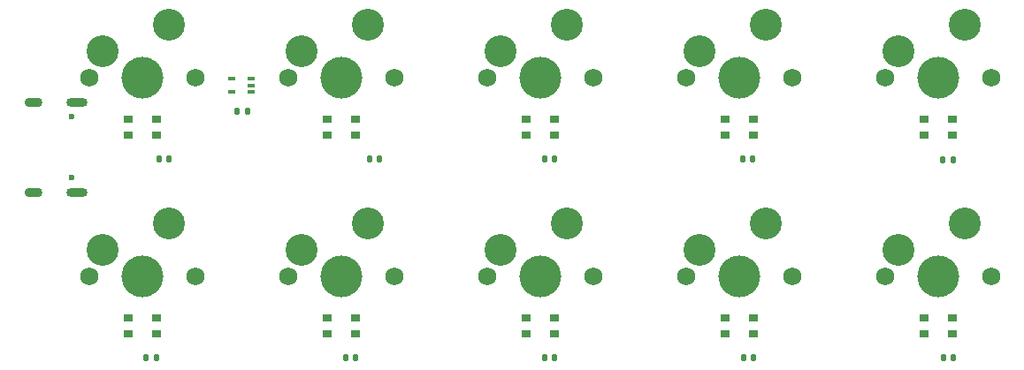
<source format=gbr>
%TF.GenerationSoftware,KiCad,Pcbnew,(7.0.0-0)*%
%TF.CreationDate,2023-04-10T20:33:14-04:00*%
%TF.ProjectId,KnGYT,4b6e4759-542e-46b6-9963-61645f706362,rev?*%
%TF.SameCoordinates,Original*%
%TF.FileFunction,Soldermask,Top*%
%TF.FilePolarity,Negative*%
%FSLAX46Y46*%
G04 Gerber Fmt 4.6, Leading zero omitted, Abs format (unit mm)*
G04 Created by KiCad (PCBNEW (7.0.0-0)) date 2023-04-10 20:33:14*
%MOMM*%
%LPD*%
G01*
G04 APERTURE LIST*
G04 Aperture macros list*
%AMRoundRect*
0 Rectangle with rounded corners*
0 $1 Rounding radius*
0 $2 $3 $4 $5 $6 $7 $8 $9 X,Y pos of 4 corners*
0 Add a 4 corners polygon primitive as box body*
4,1,4,$2,$3,$4,$5,$6,$7,$8,$9,$2,$3,0*
0 Add four circle primitives for the rounded corners*
1,1,$1+$1,$2,$3*
1,1,$1+$1,$4,$5*
1,1,$1+$1,$6,$7*
1,1,$1+$1,$8,$9*
0 Add four rect primitives between the rounded corners*
20,1,$1+$1,$2,$3,$4,$5,0*
20,1,$1+$1,$4,$5,$6,$7,0*
20,1,$1+$1,$6,$7,$8,$9,0*
20,1,$1+$1,$8,$9,$2,$3,0*%
G04 Aperture macros list end*
%ADD10RoundRect,0.140000X0.140000X0.170000X-0.140000X0.170000X-0.140000X-0.170000X0.140000X-0.170000X0*%
%ADD11R,0.900000X0.750000*%
%ADD12R,0.900000X0.760000*%
%ADD13RoundRect,0.140000X-0.140000X-0.170000X0.140000X-0.170000X0.140000X0.170000X-0.140000X0.170000X0*%
%ADD14R,0.650000X0.400000*%
%ADD15C,1.750000*%
%ADD16C,3.050000*%
%ADD17C,4.000000*%
%ADD18C,0.600000*%
%ADD19O,1.700000X0.900000*%
%ADD20O,2.000000X0.900000*%
G04 APERTURE END LIST*
D10*
%TO.C,C4*%
X137400000Y-66975000D03*
X136440000Y-66975000D03*
%TD*%
D11*
%TO.C,NP10*%
X153774999Y-82199999D03*
X153774999Y-83699999D03*
D12*
X156474999Y-83699999D03*
D11*
X156474999Y-82199999D03*
%TD*%
%TO.C,NP8*%
X115674999Y-82199999D03*
X115674999Y-83699999D03*
D12*
X118374999Y-83699999D03*
D11*
X118374999Y-82199999D03*
%TD*%
D13*
%TO.C,C1*%
X80515000Y-66975000D03*
X81475000Y-66975000D03*
%TD*%
%TO.C,C11*%
X88020000Y-62400000D03*
X88980000Y-62400000D03*
%TD*%
D10*
%TO.C,C9*%
X137450000Y-86000000D03*
X136490000Y-86000000D03*
%TD*%
%TO.C,C8*%
X118405000Y-86025000D03*
X117445000Y-86025000D03*
%TD*%
D11*
%TO.C,NP3*%
X115674999Y-63149999D03*
X115674999Y-64649999D03*
D12*
X118374999Y-64649999D03*
D11*
X118374999Y-63149999D03*
%TD*%
D13*
%TO.C,C2*%
X100690000Y-66950000D03*
X101650000Y-66950000D03*
%TD*%
D10*
%TO.C,C5*%
X156560000Y-67000000D03*
X155600000Y-67000000D03*
%TD*%
%TO.C,C10*%
X156580000Y-86025000D03*
X155620000Y-86025000D03*
%TD*%
%TO.C,C6*%
X80275000Y-86000000D03*
X79315000Y-86000000D03*
%TD*%
%TO.C,C7*%
X99360000Y-85975000D03*
X98400000Y-85975000D03*
%TD*%
D11*
%TO.C,NP7*%
X96624999Y-82199999D03*
X96624999Y-83699999D03*
D12*
X99324999Y-83699999D03*
D11*
X99324999Y-82199999D03*
%TD*%
%TO.C,NP9*%
X134724999Y-82199999D03*
X134724999Y-83699999D03*
D12*
X137424999Y-83699999D03*
D11*
X137424999Y-82199999D03*
%TD*%
%TO.C,NP4*%
X134724999Y-63149999D03*
X134724999Y-64649999D03*
D12*
X137424999Y-64649999D03*
D11*
X137424999Y-63149999D03*
%TD*%
%TO.C,NP1*%
X77574999Y-63149999D03*
X77574999Y-64649999D03*
D12*
X80274999Y-64649999D03*
D11*
X80274999Y-63149999D03*
%TD*%
%TO.C,NP2*%
X96624999Y-63149999D03*
X96624999Y-64649999D03*
D12*
X99324999Y-64649999D03*
D11*
X99324999Y-63149999D03*
%TD*%
D10*
%TO.C,C3*%
X118400000Y-66950000D03*
X117440000Y-66950000D03*
%TD*%
D11*
%TO.C,NP6*%
X77574999Y-82199999D03*
X77574999Y-83699999D03*
D12*
X80274999Y-83699999D03*
D11*
X80274999Y-82199999D03*
%TD*%
D14*
%TO.C,U1*%
X89399999Y-60549999D03*
X89399999Y-59899999D03*
X89399999Y-59249999D03*
X87499999Y-59249999D03*
X87499999Y-60549999D03*
%TD*%
D11*
%TO.C,NP5*%
X153774999Y-63149999D03*
X153774999Y-64649999D03*
D12*
X156474999Y-64649999D03*
D11*
X156474999Y-63149999D03*
%TD*%
D15*
%TO.C,SW1*%
X84005000Y-59150000D03*
D16*
X81465000Y-54070000D03*
D17*
X78925000Y-59150000D03*
D16*
X75115000Y-56610000D03*
D15*
X73845000Y-59150000D03*
%TD*%
D18*
%TO.C,J1*%
X72190000Y-68695000D03*
X72190000Y-62915000D03*
D19*
X68499999Y-70124999D03*
D20*
X72669999Y-70124999D03*
D19*
X68499999Y-61484999D03*
D20*
X72669999Y-61484999D03*
%TD*%
D15*
%TO.C,SW7*%
X103055000Y-78200000D03*
D16*
X100515000Y-73120000D03*
D17*
X97975000Y-78200000D03*
D16*
X94165000Y-75660000D03*
D15*
X92895000Y-78200000D03*
%TD*%
%TO.C,SW9*%
X141155000Y-78200000D03*
D16*
X138615000Y-73120000D03*
D17*
X136075000Y-78200000D03*
D16*
X132265000Y-75660000D03*
D15*
X130995000Y-78200000D03*
%TD*%
%TO.C,SW5*%
X160205000Y-59150000D03*
D16*
X157665000Y-54070000D03*
D17*
X155125000Y-59150000D03*
D16*
X151315000Y-56610000D03*
D15*
X150045000Y-59150000D03*
%TD*%
%TO.C,SW3*%
X122105000Y-59150000D03*
D16*
X119565000Y-54070000D03*
D17*
X117025000Y-59150000D03*
D16*
X113215000Y-56610000D03*
D15*
X111945000Y-59150000D03*
%TD*%
%TO.C,SW8*%
X122105000Y-78200000D03*
D16*
X119565000Y-73120000D03*
D17*
X117025000Y-78200000D03*
D16*
X113215000Y-75660000D03*
D15*
X111945000Y-78200000D03*
%TD*%
%TO.C,SW4*%
X141155000Y-59150000D03*
D16*
X138615000Y-54070000D03*
D17*
X136075000Y-59150000D03*
D16*
X132265000Y-56610000D03*
D15*
X130995000Y-59150000D03*
%TD*%
%TO.C,SW2*%
X103055000Y-59150000D03*
D16*
X100515000Y-54070000D03*
D17*
X97975000Y-59150000D03*
D16*
X94165000Y-56610000D03*
D15*
X92895000Y-59150000D03*
%TD*%
%TO.C,SW10*%
X160205000Y-78200000D03*
D16*
X157665000Y-73120000D03*
D17*
X155125000Y-78200000D03*
D16*
X151315000Y-75660000D03*
D15*
X150045000Y-78200000D03*
%TD*%
%TO.C,SW6*%
X84005000Y-78200000D03*
D16*
X81465000Y-73120000D03*
D17*
X78925000Y-78200000D03*
D16*
X75115000Y-75660000D03*
D15*
X73845000Y-78200000D03*
%TD*%
M02*

</source>
